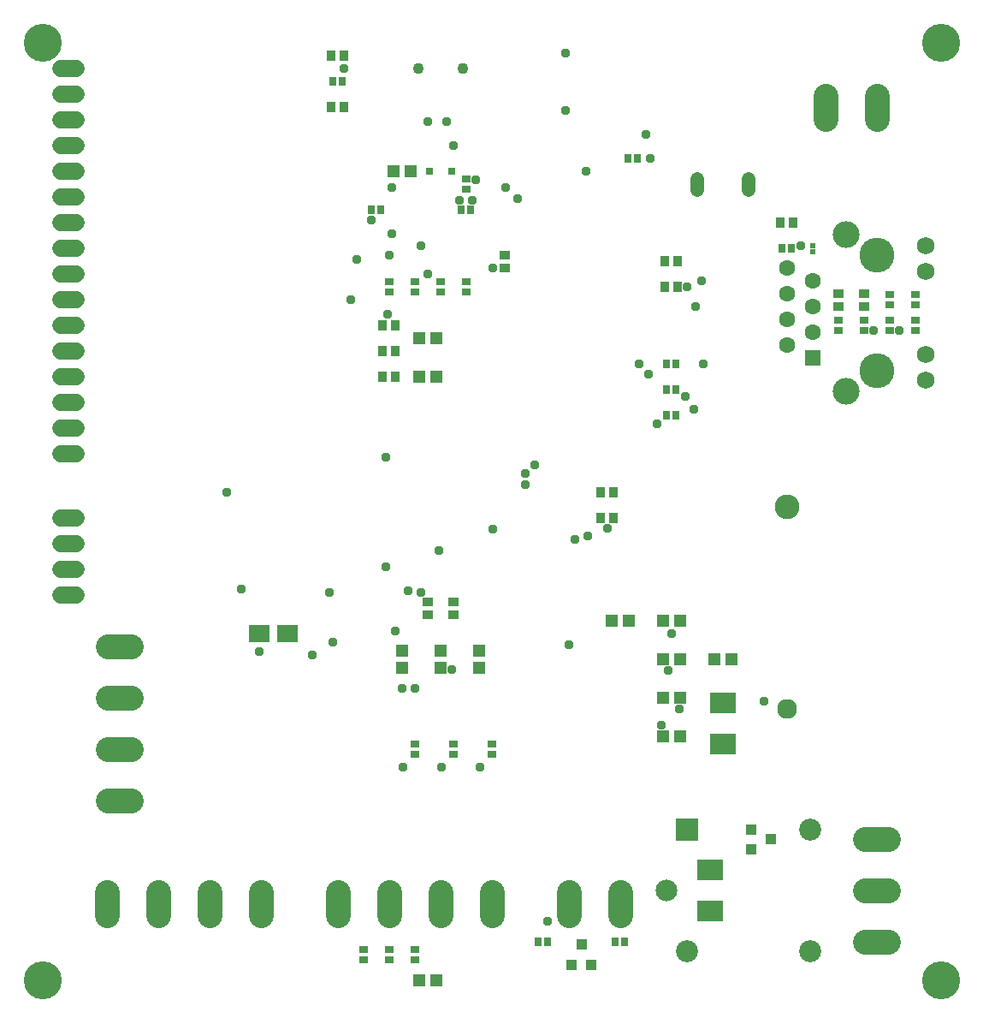
<source format=gbr>
G04 EAGLE Gerber RS-274X export*
G75*
%MOMM*%
%FSLAX34Y34*%
%LPD*%
%INSoldermask Bottom*%
%IPPOS*%
%AMOC8*
5,1,8,0,0,1.08239X$1,22.5*%
G01*
%ADD10C,1.958200*%
%ADD11C,2.453200*%
%ADD12R,1.303200X1.203200*%
%ADD13R,2.153200X1.703200*%
%ADD14R,1.103200X0.903200*%
%ADD15R,0.903200X1.103200*%
%ADD16R,0.703200X0.703200*%
%ADD17R,2.603200X2.003200*%
%ADD18R,1.601200X1.601200*%
%ADD19C,1.601200*%
%ADD20C,1.733200*%
%ADD21C,2.648200*%
%ADD22C,3.453200*%
%ADD23C,2.489200*%
%ADD24R,0.603200X0.583200*%
%ADD25C,1.320800*%
%ADD26R,1.103200X1.003200*%
%ADD27R,1.003200X1.103200*%
%ADD28R,0.903200X0.803200*%
%ADD29R,0.803200X0.903200*%
%ADD30R,1.203200X1.303200*%
%ADD31R,2.183200X2.183200*%
%ADD32C,2.138200*%
%ADD33C,2.183200*%
%ADD34C,1.727200*%
%ADD35C,1.103200*%
%ADD36C,0.959600*%
%ADD37C,3.759200*%


D10*
X774700Y306400D03*
D11*
X774700Y506400D03*
D12*
X402200Y838200D03*
X385200Y838200D03*
D13*
X252950Y381000D03*
X280450Y381000D03*
D14*
X495300Y742800D03*
X495300Y755800D03*
D15*
X336700Y901700D03*
X323700Y901700D03*
X603400Y495300D03*
X590400Y495300D03*
X603400Y520700D03*
X590400Y520700D03*
X387500Y635000D03*
X374500Y635000D03*
D14*
X850900Y717700D03*
X850900Y704700D03*
D15*
X387500Y685800D03*
X374500Y685800D03*
D12*
X410600Y635000D03*
X427600Y635000D03*
D15*
X387500Y660400D03*
X374500Y660400D03*
D12*
X427600Y38100D03*
X410600Y38100D03*
D14*
X419100Y412900D03*
X419100Y399900D03*
X444500Y412900D03*
X444500Y399900D03*
D12*
X410600Y673100D03*
X427600Y673100D03*
D14*
X825500Y717700D03*
X825500Y704700D03*
D15*
X768200Y787400D03*
X781200Y787400D03*
X666900Y749300D03*
X653900Y749300D03*
X666900Y723900D03*
X653900Y723900D03*
X336700Y952500D03*
X323700Y952500D03*
D16*
X442800Y838200D03*
X420800Y838200D03*
D17*
X711200Y271850D03*
X711200Y312350D03*
X698500Y106750D03*
X698500Y147250D03*
D18*
X800100Y654000D03*
D19*
X774700Y666700D03*
X800100Y679400D03*
X774700Y692100D03*
X800100Y704800D03*
X774700Y717500D03*
X800100Y730200D03*
X774700Y742900D03*
D20*
X912600Y632250D03*
X912600Y657650D03*
X912600Y764750D03*
X912600Y739350D03*
D21*
X833100Y621050D03*
X833100Y775950D03*
D22*
X863600Y755650D03*
X863600Y641350D03*
D23*
X125730Y215900D02*
X102870Y215900D01*
X102870Y266700D02*
X125730Y266700D01*
X125730Y317500D02*
X102870Y317500D01*
X102870Y368300D02*
X125730Y368300D01*
X609600Y125730D02*
X609600Y102870D01*
X558800Y102870D02*
X558800Y125730D01*
X812800Y890270D02*
X812800Y913130D01*
X863600Y913130D02*
X863600Y890270D01*
D24*
X800100Y759190D03*
X800100Y764810D03*
D23*
X482600Y125730D02*
X482600Y102870D01*
X431800Y102870D02*
X431800Y125730D01*
X381000Y125730D02*
X381000Y102870D01*
X330200Y102870D02*
X330200Y125730D01*
D25*
X736600Y819912D02*
X736600Y831088D01*
X685800Y831088D02*
X685800Y819912D01*
D26*
X759300Y177800D03*
X739300Y168300D03*
X739300Y187300D03*
D27*
X571500Y73500D03*
X581000Y53500D03*
X562000Y53500D03*
D28*
X457200Y718900D03*
X457200Y728900D03*
D29*
X665400Y647700D03*
X655400Y647700D03*
X335200Y927100D03*
X325200Y927100D03*
X665400Y622300D03*
X655400Y622300D03*
X665400Y596900D03*
X655400Y596900D03*
D30*
X651900Y355600D03*
X668900Y355600D03*
X651900Y393700D03*
X668900Y393700D03*
X702700Y355600D03*
X719700Y355600D03*
X618100Y393700D03*
X601100Y393700D03*
X668900Y317500D03*
X651900Y317500D03*
D29*
X627300Y850900D03*
X617300Y850900D03*
D30*
X668900Y279400D03*
X651900Y279400D03*
D29*
X452200Y800100D03*
X462200Y800100D03*
X538400Y76200D03*
X528400Y76200D03*
D28*
X431800Y728900D03*
X431800Y718900D03*
X381000Y718900D03*
X381000Y728900D03*
X457200Y820500D03*
X457200Y830500D03*
X406400Y718900D03*
X406400Y728900D03*
D29*
X604600Y76200D03*
X614600Y76200D03*
D28*
X381000Y58500D03*
X381000Y68500D03*
X406400Y58500D03*
X406400Y68500D03*
X901700Y690800D03*
X901700Y680800D03*
X355600Y58500D03*
X355600Y68500D03*
D12*
X393700Y364100D03*
X393700Y347100D03*
X431800Y364100D03*
X431800Y347100D03*
X469900Y364100D03*
X469900Y347100D03*
D29*
X373300Y800100D03*
X363300Y800100D03*
D28*
X876300Y690800D03*
X876300Y680800D03*
X850900Y690800D03*
X850900Y680800D03*
X825500Y690800D03*
X825500Y680800D03*
D29*
X779700Y762000D03*
X769700Y762000D03*
D28*
X876300Y716200D03*
X876300Y706200D03*
X901700Y716200D03*
X901700Y706200D03*
D31*
X675600Y187000D03*
D32*
X655600Y127000D03*
D33*
X675600Y67000D03*
X797600Y67000D03*
X797600Y187000D03*
D23*
X852170Y177800D02*
X875030Y177800D01*
X875030Y127000D02*
X852170Y127000D01*
X852170Y76200D02*
X875030Y76200D01*
D34*
X71120Y495300D02*
X55880Y495300D01*
X55880Y469900D02*
X71120Y469900D01*
X71120Y444500D02*
X55880Y444500D01*
X55880Y419100D02*
X71120Y419100D01*
D23*
X254000Y125730D02*
X254000Y102870D01*
X203200Y102870D02*
X203200Y125730D01*
X152400Y125730D02*
X152400Y102870D01*
X101600Y102870D02*
X101600Y125730D01*
D34*
X71120Y939800D02*
X55880Y939800D01*
X55880Y914400D02*
X71120Y914400D01*
X71120Y889000D02*
X55880Y889000D01*
X55880Y863600D02*
X71120Y863600D01*
X71120Y838200D02*
X55880Y838200D01*
X55880Y812800D02*
X71120Y812800D01*
X71120Y787400D02*
X55880Y787400D01*
X55880Y762000D02*
X71120Y762000D01*
X71120Y736600D02*
X55880Y736600D01*
X55880Y711200D02*
X71120Y711200D01*
X71120Y685800D02*
X55880Y685800D01*
X55880Y660400D02*
X71120Y660400D01*
X71120Y635000D02*
X55880Y635000D01*
X55880Y609600D02*
X71120Y609600D01*
X71120Y584200D02*
X55880Y584200D01*
X55880Y558800D02*
X71120Y558800D01*
D35*
X453800Y939800D03*
X409800Y939800D03*
D28*
X406400Y261700D03*
X406400Y271700D03*
X444500Y261700D03*
X444500Y271700D03*
X482600Y261700D03*
X482600Y271700D03*
D36*
X444500Y863600D03*
X342900Y711200D03*
X419100Y736600D03*
X220663Y520700D03*
X349250Y750888D03*
X379413Y696913D03*
X788988Y765175D03*
X692150Y647700D03*
X525463Y547688D03*
X336550Y939800D03*
X484188Y484188D03*
X538163Y96838D03*
X377825Y447675D03*
X377825Y555625D03*
X565150Y474663D03*
X515938Y528638D03*
X412750Y422275D03*
X484188Y742950D03*
X555625Y955675D03*
X555625Y898525D03*
X412750Y765175D03*
X450850Y809625D03*
X384175Y822325D03*
X508000Y811213D03*
X496888Y822325D03*
X419100Y887413D03*
X438150Y887413D03*
X466725Y830263D03*
X387350Y384175D03*
X234950Y425450D03*
X635000Y874713D03*
X596900Y485775D03*
X639763Y850900D03*
X381000Y755650D03*
X363538Y790575D03*
X463550Y809625D03*
X384175Y776288D03*
X885825Y681038D03*
X674688Y615950D03*
X860425Y681038D03*
X682625Y603250D03*
X676275Y723900D03*
X690563Y730250D03*
X684213Y704850D03*
X646113Y588963D03*
X252413Y363538D03*
X430213Y463550D03*
X322263Y422275D03*
X304800Y360363D03*
X657225Y344488D03*
X660400Y381000D03*
X558800Y369888D03*
X650875Y290513D03*
X668338Y306388D03*
X325438Y373063D03*
X628650Y647700D03*
X638175Y638175D03*
X577850Y477838D03*
X515938Y539750D03*
X400050Y423863D03*
X393700Y327025D03*
X406400Y327025D03*
X442913Y346075D03*
X395288Y249238D03*
X433388Y249238D03*
X471488Y249238D03*
X752475Y314325D03*
X576263Y838200D03*
D37*
X38100Y965200D03*
X927100Y965200D03*
X38100Y38100D03*
X927100Y38100D03*
M02*

</source>
